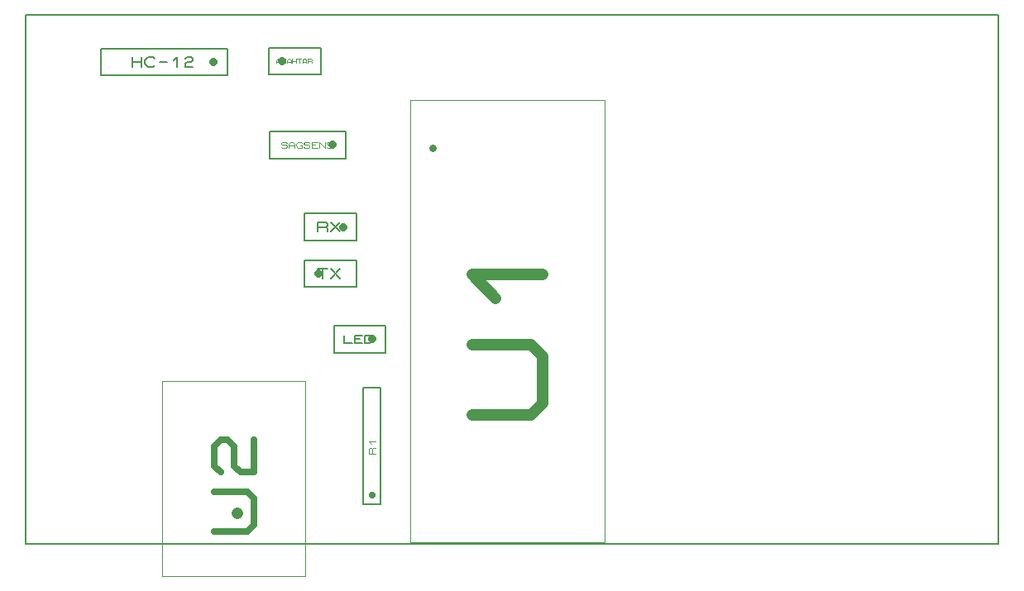
<source format=gbr>
G04 PROTEUS GERBER X2 FILE*
%TF.GenerationSoftware,Labcenter,Proteus,8.9-SP0-Build27865*%
%TF.CreationDate,2021-05-25T10:58:27+00:00*%
%TF.FileFunction,AssemblyDrawing,Top*%
%TF.FilePolarity,Positive*%
%TF.Part,Single*%
%TF.SameCoordinates,{7e8d9f27-8a4e-4830-a77b-d38f9a277b4e}*%
%FSLAX45Y45*%
%MOMM*%
G01*
%TA.AperFunction,Profile*%
%ADD16C,0.203200*%
%TA.AperFunction,Material*%
%ADD19C,0.100000*%
%ADD24C,0.762000*%
%ADD25C,1.200000*%
%ADD26C,1.184000*%
%ADD27C,0.669330*%
%ADD70C,0.203200*%
%ADD28C,0.812800*%
%ADD29C,0.066040*%
%ADD72C,0.711200*%
%ADD73C,0.106680*%
%ADD30C,0.132080*%
%ADD31C,0.097790*%
%ADD32C,0.164590*%
%TD.AperFunction*%
D16*
X+30000Y-5810000D02*
X+9990000Y-5810000D01*
X+9990000Y-390000D01*
X+30000Y-390000D01*
X+30000Y-5810000D01*
D19*
X+3967000Y-5793000D02*
X+5957000Y-5793000D01*
X+5957000Y-1263000D01*
X+3967000Y-1263000D01*
X+3967000Y-5793000D01*
D24*
X+4200000Y-1750000D02*
X+4200000Y-1750000D01*
D25*
X+4602000Y-4488000D02*
X+5202000Y-4488000D01*
X+5322000Y-4368000D01*
X+5322000Y-3888000D01*
X+5202000Y-3768000D01*
X+4602000Y-3768000D01*
X+4842000Y-3288000D02*
X+4602000Y-3048000D01*
X+5322000Y-3048000D01*
D19*
X+1432000Y-6140000D02*
X+2898000Y-6140000D01*
X+2898000Y-4142000D01*
X+1432000Y-4142000D01*
X+1432000Y-6140000D01*
D26*
X+2200000Y-5490000D02*
X+2200000Y-5490000D01*
D27*
X+1964200Y-5676466D02*
X+2298867Y-5676466D01*
X+2365800Y-5609533D01*
X+2365800Y-5341800D01*
X+2298867Y-5274867D01*
X+1964200Y-5274867D01*
X+2031133Y-5074067D02*
X+1964200Y-5007134D01*
X+1964200Y-4806334D01*
X+2031133Y-4739401D01*
X+2098067Y-4739401D01*
X+2165000Y-4806334D01*
X+2165000Y-5007134D01*
X+2231933Y-5074067D01*
X+2365800Y-5074067D01*
X+2365800Y-4739401D01*
D70*
X+2522840Y-997160D02*
X+3051160Y-997160D01*
X+3051160Y-722840D01*
X+2522840Y-722840D01*
X+2522840Y-997160D01*
D28*
X+2660000Y-860000D02*
X+2660000Y-860000D01*
D29*
X+2602088Y-879812D02*
X+2602088Y-853396D01*
X+2615296Y-840188D01*
X+2628504Y-840188D01*
X+2641712Y-853396D01*
X+2641712Y-879812D01*
X+2602088Y-866604D02*
X+2641712Y-866604D01*
X+2654920Y-879812D02*
X+2654920Y-840188D01*
X+2694544Y-879812D01*
X+2694544Y-840188D01*
X+2707752Y-879812D02*
X+2707752Y-853396D01*
X+2720960Y-840188D01*
X+2734168Y-840188D01*
X+2747376Y-853396D01*
X+2747376Y-879812D01*
X+2707752Y-866604D02*
X+2747376Y-866604D01*
X+2760584Y-879812D02*
X+2760584Y-840188D01*
X+2800208Y-840188D02*
X+2800208Y-879812D01*
X+2760584Y-860000D02*
X+2800208Y-860000D01*
X+2813416Y-840188D02*
X+2853040Y-840188D01*
X+2833228Y-840188D02*
X+2833228Y-879812D01*
X+2866248Y-879812D02*
X+2866248Y-853396D01*
X+2879456Y-840188D01*
X+2892664Y-840188D01*
X+2905872Y-853396D01*
X+2905872Y-879812D01*
X+2866248Y-866604D02*
X+2905872Y-866604D01*
X+2919080Y-879812D02*
X+2919080Y-840188D01*
X+2952100Y-840188D01*
X+2958704Y-846792D01*
X+2958704Y-853396D01*
X+2952100Y-860000D01*
X+2919080Y-860000D01*
X+2952100Y-860000D02*
X+2958704Y-866604D01*
X+2958704Y-879812D01*
D70*
X+3491100Y-5398900D02*
X+3668900Y-5398900D01*
X+3668900Y-4205100D01*
X+3491100Y-4205100D01*
X+3491100Y-5398900D01*
D72*
X+3580000Y-5310000D02*
X+3580000Y-5310000D01*
D73*
X+3612004Y-4887344D02*
X+3547996Y-4887344D01*
X+3547996Y-4834004D01*
X+3558664Y-4823336D01*
X+3569332Y-4823336D01*
X+3580000Y-4834004D01*
X+3580000Y-4887344D01*
X+3580000Y-4834004D02*
X+3590668Y-4823336D01*
X+3612004Y-4823336D01*
X+3569332Y-4780664D02*
X+3547996Y-4759328D01*
X+3612004Y-4759328D01*
D70*
X+3188840Y-3847160D02*
X+3717160Y-3847160D01*
X+3717160Y-3572840D01*
X+3188840Y-3572840D01*
X+3188840Y-3847160D01*
D28*
X+3580000Y-3710000D02*
X+3580000Y-3710000D01*
D30*
X+3294504Y-3670376D02*
X+3294504Y-3749624D01*
X+3373752Y-3749624D01*
X+3479416Y-3749624D02*
X+3400168Y-3749624D01*
X+3400168Y-3670376D01*
X+3479416Y-3670376D01*
X+3400168Y-3710000D02*
X+3453000Y-3710000D01*
X+3505832Y-3749624D02*
X+3505832Y-3670376D01*
X+3558664Y-3670376D01*
X+3585080Y-3696792D01*
X+3585080Y-3723208D01*
X+3558664Y-3749624D01*
X+3505832Y-3749624D01*
D70*
X+2528840Y-1857160D02*
X+3311160Y-1857160D01*
X+3311160Y-1582840D01*
X+2528840Y-1582840D01*
X+2528840Y-1857160D01*
D28*
X+3174000Y-1720000D02*
X+3174000Y-1720000D01*
D31*
X+2646188Y-1739558D02*
X+2655967Y-1749337D01*
X+2695083Y-1749337D01*
X+2704862Y-1739558D01*
X+2704862Y-1729779D01*
X+2695083Y-1720000D01*
X+2655967Y-1720000D01*
X+2646188Y-1710221D01*
X+2646188Y-1700442D01*
X+2655967Y-1690663D01*
X+2695083Y-1690663D01*
X+2704862Y-1700442D01*
X+2724420Y-1749337D02*
X+2724420Y-1710221D01*
X+2743978Y-1690663D01*
X+2763536Y-1690663D01*
X+2783094Y-1710221D01*
X+2783094Y-1749337D01*
X+2724420Y-1729779D02*
X+2783094Y-1729779D01*
X+2841768Y-1729779D02*
X+2861326Y-1729779D01*
X+2861326Y-1749337D01*
X+2822210Y-1749337D01*
X+2802652Y-1729779D01*
X+2802652Y-1710221D01*
X+2822210Y-1690663D01*
X+2851547Y-1690663D01*
X+2861326Y-1700442D01*
X+2880884Y-1739558D02*
X+2890663Y-1749337D01*
X+2929779Y-1749337D01*
X+2939558Y-1739558D01*
X+2939558Y-1729779D01*
X+2929779Y-1720000D01*
X+2890663Y-1720000D01*
X+2880884Y-1710221D01*
X+2880884Y-1700442D01*
X+2890663Y-1690663D01*
X+2929779Y-1690663D01*
X+2939558Y-1700442D01*
X+3017790Y-1749337D02*
X+2959116Y-1749337D01*
X+2959116Y-1690663D01*
X+3017790Y-1690663D01*
X+2959116Y-1720000D02*
X+2998232Y-1720000D01*
X+3037348Y-1749337D02*
X+3037348Y-1690663D01*
X+3096022Y-1749337D01*
X+3096022Y-1690663D01*
X+3115580Y-1739558D02*
X+3125359Y-1749337D01*
X+3164475Y-1749337D01*
X+3174254Y-1739558D01*
X+3174254Y-1729779D01*
X+3164475Y-1720000D01*
X+3125359Y-1720000D01*
X+3115580Y-1710221D01*
X+3115580Y-1700442D01*
X+3125359Y-1690663D01*
X+3164475Y-1690663D01*
X+3174254Y-1700442D01*
D70*
X+804840Y-1007160D02*
X+2095160Y-1007160D01*
X+2095160Y-732840D01*
X+804840Y-732840D01*
X+804840Y-1007160D01*
D28*
X+1958000Y-870000D02*
X+1958000Y-870000D01*
D32*
X+1120818Y-919378D02*
X+1120818Y-820623D01*
X+1219572Y-820623D02*
X+1219572Y-919378D01*
X+1120818Y-870000D02*
X+1219572Y-870000D01*
X+1351245Y-902919D02*
X+1334786Y-919378D01*
X+1285409Y-919378D01*
X+1252491Y-886460D01*
X+1252491Y-853541D01*
X+1285409Y-820623D01*
X+1334786Y-820623D01*
X+1351245Y-837082D01*
X+1400623Y-870000D02*
X+1482918Y-870000D01*
X+1548755Y-853541D02*
X+1581673Y-820623D01*
X+1581673Y-919378D01*
X+1663969Y-837082D02*
X+1680428Y-820623D01*
X+1729805Y-820623D01*
X+1746264Y-837082D01*
X+1746264Y-853541D01*
X+1729805Y-870000D01*
X+1680428Y-870000D01*
X+1663969Y-886460D01*
X+1663969Y-919378D01*
X+1746264Y-919378D01*
D70*
X+2888840Y-2697160D02*
X+3417160Y-2697160D01*
X+3417160Y-2422840D01*
X+2888840Y-2422840D01*
X+2888840Y-2697160D01*
D28*
X+3280000Y-2560000D02*
X+3280000Y-2560000D01*
D32*
X+3021327Y-2609378D02*
X+3021327Y-2510623D01*
X+3103622Y-2510623D01*
X+3120081Y-2527082D01*
X+3120081Y-2543541D01*
X+3103622Y-2560000D01*
X+3021327Y-2560000D01*
X+3103622Y-2560000D02*
X+3120081Y-2576460D01*
X+3120081Y-2609378D01*
X+3153000Y-2510623D02*
X+3251754Y-2609378D01*
X+3153000Y-2609378D02*
X+3251754Y-2510623D01*
D70*
X+2888840Y-3177160D02*
X+3417160Y-3177160D01*
X+3417160Y-2902840D01*
X+2888840Y-2902840D01*
X+2888840Y-3177160D01*
D28*
X+3026000Y-3040000D02*
X+3026000Y-3040000D01*
D32*
X+3021327Y-2990623D02*
X+3120081Y-2990623D01*
X+3070704Y-2990623D02*
X+3070704Y-3089378D01*
X+3153000Y-2990623D02*
X+3251754Y-3089378D01*
X+3153000Y-3089378D02*
X+3251754Y-2990623D01*
M02*

</source>
